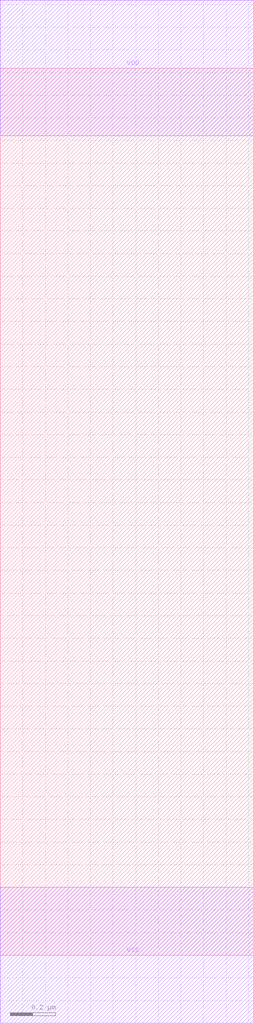
<source format=lef>
# Copyright 2022 GlobalFoundries PDK Authors
#
# Licensed under the Apache License, Version 2.0 (the "License");
# you may not use this file except in compliance with the License.
# You may obtain a copy of the License at
#
#      http://www.apache.org/licenses/LICENSE-2.0
#
# Unless required by applicable law or agreed to in writing, software
# distributed under the License is distributed on an "AS IS" BASIS,
# WITHOUT WARRANTIES OR CONDITIONS OF ANY KIND, either express or implied.
# See the License for the specific language governing permissions and
# limitations under the License.

MACRO gf180mcu_fd_sc_mcu7t5v0__fill_2
  CLASS core SPACER ;
  FOREIGN gf180mcu_fd_sc_mcu7t5v0__fill_2 0.0 0.0 ;
  ORIGIN 0 0 ;
  SYMMETRY X Y ;
  SITE GF018hv5v_mcu_sc7 ;
  SIZE 1.12 BY 3.92 ;
  PIN VDD
    DIRECTION INOUT ;
    USE power ;
    SHAPE ABUTMENT ;
    PORT
      LAYER METAL1 ;
        POLYGON 0 3.62 1.12 3.62 1.12 4.22 0 4.22  ;
    END
  END VDD
  PIN VSS
    DIRECTION INOUT ;
    USE ground ;
    SHAPE ABUTMENT ;
    PORT
      LAYER METAL1 ;
        POLYGON 0 -0.3 1.12 -0.3 1.12 0.3 0 0.3  ;
    END
  END VSS
END gf180mcu_fd_sc_mcu7t5v0__fill_2

</source>
